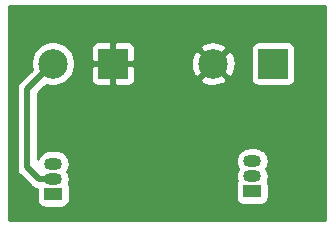
<source format=gbr>
G04 #@! TF.GenerationSoftware,KiCad,Pcbnew,(5.1.5)-3*
G04 #@! TF.CreationDate,2020-12-06T22:53:45+02:00*
G04 #@! TF.ProjectId,Single_transistor_AMP,53696e67-6c65-45f7-9472-616e73697374,V1.0*
G04 #@! TF.SameCoordinates,Original*
G04 #@! TF.FileFunction,Copper,L4,Bot*
G04 #@! TF.FilePolarity,Positive*
%FSLAX46Y46*%
G04 Gerber Fmt 4.6, Leading zero omitted, Abs format (unit mm)*
G04 Created by KiCad (PCBNEW (5.1.5)-3) date 2020-12-06 22:53:45*
%MOMM*%
%LPD*%
G04 APERTURE LIST*
%ADD10R,1.500000X1.050000*%
%ADD11O,1.500000X1.050000*%
%ADD12C,2.500000*%
%ADD13R,2.500000X2.500000*%
%ADD14C,0.500000*%
%ADD15C,0.500000*%
%ADD16C,0.254000*%
G04 APERTURE END LIST*
D10*
X154559000Y-115354100D03*
D11*
X154559000Y-112814100D03*
X154559000Y-114084100D03*
D10*
X137718800Y-115582700D03*
D11*
X137718800Y-113042700D03*
X137718800Y-114312700D03*
D12*
X151257000Y-104559100D03*
D13*
X156337000Y-104559100D03*
D12*
X137693400Y-104559100D03*
D13*
X142773400Y-104559100D03*
D14*
X158750000Y-115874800D03*
X145859500Y-115684300D03*
X145859500Y-113944400D03*
X143027400Y-113944400D03*
D15*
X136443401Y-105809099D02*
X136405301Y-105809099D01*
X137693400Y-104559100D02*
X136443401Y-105809099D01*
X136405301Y-105809099D02*
X135509000Y-106705400D01*
X136468800Y-114312700D02*
X137718800Y-114312700D01*
X135509000Y-113352900D02*
X136468800Y-114312700D01*
X135509000Y-106705400D02*
X135509000Y-113352900D01*
D16*
G36*
X160757000Y-117805600D02*
G01*
X134010000Y-117805600D01*
X134010000Y-106705400D01*
X134619719Y-106705400D01*
X134624000Y-106748869D01*
X134624001Y-113309421D01*
X134619719Y-113352900D01*
X134636805Y-113526390D01*
X134687412Y-113693213D01*
X134769590Y-113846959D01*
X134852468Y-113947946D01*
X134852471Y-113947949D01*
X134880184Y-113981717D01*
X134913951Y-114009429D01*
X135812270Y-114907749D01*
X135839983Y-114941517D01*
X135873751Y-114969230D01*
X135873753Y-114969232D01*
X135945252Y-115027910D01*
X135974741Y-115052111D01*
X136128487Y-115134289D01*
X136295310Y-115184895D01*
X136330728Y-115188383D01*
X136330728Y-116107700D01*
X136342988Y-116232182D01*
X136379298Y-116351880D01*
X136438263Y-116462194D01*
X136517615Y-116558885D01*
X136614306Y-116638237D01*
X136724620Y-116697202D01*
X136844318Y-116733512D01*
X136968800Y-116745772D01*
X138468800Y-116745772D01*
X138593282Y-116733512D01*
X138712980Y-116697202D01*
X138823294Y-116638237D01*
X138919985Y-116558885D01*
X138999337Y-116462194D01*
X139058302Y-116351880D01*
X139094612Y-116232182D01*
X139106872Y-116107700D01*
X139106872Y-115057700D01*
X139094612Y-114933218D01*
X139058302Y-114813520D01*
X139023707Y-114748798D01*
X139087015Y-114540100D01*
X139109412Y-114312700D01*
X139087015Y-114085300D01*
X139020685Y-113866640D01*
X138919695Y-113677700D01*
X139020685Y-113488760D01*
X139087015Y-113270100D01*
X139109412Y-113042700D01*
X139087015Y-112815300D01*
X139086651Y-112814100D01*
X153168388Y-112814100D01*
X153190785Y-113041500D01*
X153257115Y-113260160D01*
X153358105Y-113449100D01*
X153257115Y-113638040D01*
X153190785Y-113856700D01*
X153168388Y-114084100D01*
X153190785Y-114311500D01*
X153254093Y-114520198D01*
X153219498Y-114584920D01*
X153183188Y-114704618D01*
X153170928Y-114829100D01*
X153170928Y-115879100D01*
X153183188Y-116003582D01*
X153219498Y-116123280D01*
X153278463Y-116233594D01*
X153357815Y-116330285D01*
X153454506Y-116409637D01*
X153564820Y-116468602D01*
X153684518Y-116504912D01*
X153809000Y-116517172D01*
X155309000Y-116517172D01*
X155433482Y-116504912D01*
X155553180Y-116468602D01*
X155663494Y-116409637D01*
X155760185Y-116330285D01*
X155839537Y-116233594D01*
X155898502Y-116123280D01*
X155934812Y-116003582D01*
X155947072Y-115879100D01*
X155947072Y-114829100D01*
X155934812Y-114704618D01*
X155898502Y-114584920D01*
X155863907Y-114520198D01*
X155927215Y-114311500D01*
X155949612Y-114084100D01*
X155927215Y-113856700D01*
X155860885Y-113638040D01*
X155759895Y-113449100D01*
X155860885Y-113260160D01*
X155927215Y-113041500D01*
X155949612Y-112814100D01*
X155927215Y-112586700D01*
X155860885Y-112368040D01*
X155753171Y-112166521D01*
X155608212Y-111989888D01*
X155431579Y-111844929D01*
X155230060Y-111737215D01*
X155011400Y-111670885D01*
X154840979Y-111654100D01*
X154277021Y-111654100D01*
X154106600Y-111670885D01*
X153887940Y-111737215D01*
X153686421Y-111844929D01*
X153509788Y-111989888D01*
X153364829Y-112166521D01*
X153257115Y-112368040D01*
X153190785Y-112586700D01*
X153168388Y-112814100D01*
X139086651Y-112814100D01*
X139020685Y-112596640D01*
X138912971Y-112395121D01*
X138768012Y-112218488D01*
X138591379Y-112073529D01*
X138389860Y-111965815D01*
X138171200Y-111899485D01*
X138000779Y-111882700D01*
X137436821Y-111882700D01*
X137266400Y-111899485D01*
X137047740Y-111965815D01*
X136846221Y-112073529D01*
X136669588Y-112218488D01*
X136524629Y-112395121D01*
X136416915Y-112596640D01*
X136394000Y-112672180D01*
X136394000Y-107071978D01*
X136894514Y-106571465D01*
X136937460Y-106548510D01*
X137072218Y-106437916D01*
X137099935Y-106404143D01*
X137135683Y-106368396D01*
X137143566Y-106371661D01*
X137507744Y-106444100D01*
X137879056Y-106444100D01*
X138243234Y-106371661D01*
X138586282Y-106229566D01*
X138895018Y-106023275D01*
X139109193Y-105809100D01*
X140885328Y-105809100D01*
X140897588Y-105933582D01*
X140933898Y-106053280D01*
X140992863Y-106163594D01*
X141072215Y-106260285D01*
X141168906Y-106339637D01*
X141279220Y-106398602D01*
X141398918Y-106434912D01*
X141523400Y-106447172D01*
X142487650Y-106444100D01*
X142646400Y-106285350D01*
X142646400Y-104686100D01*
X142900400Y-104686100D01*
X142900400Y-106285350D01*
X143059150Y-106444100D01*
X144023400Y-106447172D01*
X144147882Y-106434912D01*
X144267580Y-106398602D01*
X144377894Y-106339637D01*
X144474585Y-106260285D01*
X144553937Y-106163594D01*
X144612902Y-106053280D01*
X144649212Y-105933582D01*
X144655207Y-105872705D01*
X150123000Y-105872705D01*
X150248914Y-106162677D01*
X150581126Y-106328533D01*
X150939312Y-106426390D01*
X151309706Y-106452489D01*
X151678075Y-106405825D01*
X152030262Y-106288194D01*
X152265086Y-106162677D01*
X152391000Y-105872705D01*
X151257000Y-104738705D01*
X150123000Y-105872705D01*
X144655207Y-105872705D01*
X144661472Y-105809100D01*
X144658400Y-104844850D01*
X144499650Y-104686100D01*
X142900400Y-104686100D01*
X142646400Y-104686100D01*
X141047150Y-104686100D01*
X140888400Y-104844850D01*
X140885328Y-105809100D01*
X139109193Y-105809100D01*
X139157575Y-105760718D01*
X139363866Y-105451982D01*
X139505961Y-105108934D01*
X139578400Y-104744756D01*
X139578400Y-104611806D01*
X149363611Y-104611806D01*
X149410275Y-104980175D01*
X149527906Y-105332362D01*
X149653423Y-105567186D01*
X149943395Y-105693100D01*
X151077395Y-104559100D01*
X151436605Y-104559100D01*
X152570605Y-105693100D01*
X152860577Y-105567186D01*
X153026433Y-105234974D01*
X153124290Y-104876788D01*
X153150389Y-104506394D01*
X153103725Y-104138025D01*
X152986094Y-103785838D01*
X152860577Y-103551014D01*
X152570605Y-103425100D01*
X151436605Y-104559100D01*
X151077395Y-104559100D01*
X149943395Y-103425100D01*
X149653423Y-103551014D01*
X149487567Y-103883226D01*
X149389710Y-104241412D01*
X149363611Y-104611806D01*
X139578400Y-104611806D01*
X139578400Y-104373444D01*
X139505961Y-104009266D01*
X139363866Y-103666218D01*
X139157575Y-103357482D01*
X139109193Y-103309100D01*
X140885328Y-103309100D01*
X140888400Y-104273350D01*
X141047150Y-104432100D01*
X142646400Y-104432100D01*
X142646400Y-102832850D01*
X142900400Y-102832850D01*
X142900400Y-104432100D01*
X144499650Y-104432100D01*
X144658400Y-104273350D01*
X144661472Y-103309100D01*
X144655208Y-103245495D01*
X150123000Y-103245495D01*
X151257000Y-104379495D01*
X152327395Y-103309100D01*
X154448928Y-103309100D01*
X154448928Y-105809100D01*
X154461188Y-105933582D01*
X154497498Y-106053280D01*
X154556463Y-106163594D01*
X154635815Y-106260285D01*
X154732506Y-106339637D01*
X154842820Y-106398602D01*
X154962518Y-106434912D01*
X155087000Y-106447172D01*
X157587000Y-106447172D01*
X157711482Y-106434912D01*
X157831180Y-106398602D01*
X157941494Y-106339637D01*
X158038185Y-106260285D01*
X158117537Y-106163594D01*
X158176502Y-106053280D01*
X158212812Y-105933582D01*
X158225072Y-105809100D01*
X158225072Y-103309100D01*
X158212812Y-103184618D01*
X158176502Y-103064920D01*
X158117537Y-102954606D01*
X158038185Y-102857915D01*
X157941494Y-102778563D01*
X157831180Y-102719598D01*
X157711482Y-102683288D01*
X157587000Y-102671028D01*
X155087000Y-102671028D01*
X154962518Y-102683288D01*
X154842820Y-102719598D01*
X154732506Y-102778563D01*
X154635815Y-102857915D01*
X154556463Y-102954606D01*
X154497498Y-103064920D01*
X154461188Y-103184618D01*
X154448928Y-103309100D01*
X152327395Y-103309100D01*
X152391000Y-103245495D01*
X152265086Y-102955523D01*
X151932874Y-102789667D01*
X151574688Y-102691810D01*
X151204294Y-102665711D01*
X150835925Y-102712375D01*
X150483738Y-102830006D01*
X150248914Y-102955523D01*
X150123000Y-103245495D01*
X144655208Y-103245495D01*
X144649212Y-103184618D01*
X144612902Y-103064920D01*
X144553937Y-102954606D01*
X144474585Y-102857915D01*
X144377894Y-102778563D01*
X144267580Y-102719598D01*
X144147882Y-102683288D01*
X144023400Y-102671028D01*
X143059150Y-102674100D01*
X142900400Y-102832850D01*
X142646400Y-102832850D01*
X142487650Y-102674100D01*
X141523400Y-102671028D01*
X141398918Y-102683288D01*
X141279220Y-102719598D01*
X141168906Y-102778563D01*
X141072215Y-102857915D01*
X140992863Y-102954606D01*
X140933898Y-103064920D01*
X140897588Y-103184618D01*
X140885328Y-103309100D01*
X139109193Y-103309100D01*
X138895018Y-103094925D01*
X138586282Y-102888634D01*
X138243234Y-102746539D01*
X137879056Y-102674100D01*
X137507744Y-102674100D01*
X137143566Y-102746539D01*
X136800518Y-102888634D01*
X136491782Y-103094925D01*
X136229225Y-103357482D01*
X136022934Y-103666218D01*
X135880839Y-104009266D01*
X135808400Y-104373444D01*
X135808400Y-104744756D01*
X135878395Y-105096645D01*
X135810254Y-105152567D01*
X135810252Y-105152569D01*
X135776484Y-105180282D01*
X135748771Y-105214050D01*
X134913956Y-106048866D01*
X134880183Y-106076583D01*
X134769589Y-106211342D01*
X134687411Y-106365088D01*
X134636805Y-106531911D01*
X134624000Y-106661924D01*
X134624000Y-106661931D01*
X134619719Y-106705400D01*
X134010000Y-106705400D01*
X134010000Y-99720000D01*
X160757001Y-99720000D01*
X160757000Y-117805600D01*
G37*
X160757000Y-117805600D02*
X134010000Y-117805600D01*
X134010000Y-106705400D01*
X134619719Y-106705400D01*
X134624000Y-106748869D01*
X134624001Y-113309421D01*
X134619719Y-113352900D01*
X134636805Y-113526390D01*
X134687412Y-113693213D01*
X134769590Y-113846959D01*
X134852468Y-113947946D01*
X134852471Y-113947949D01*
X134880184Y-113981717D01*
X134913951Y-114009429D01*
X135812270Y-114907749D01*
X135839983Y-114941517D01*
X135873751Y-114969230D01*
X135873753Y-114969232D01*
X135945252Y-115027910D01*
X135974741Y-115052111D01*
X136128487Y-115134289D01*
X136295310Y-115184895D01*
X136330728Y-115188383D01*
X136330728Y-116107700D01*
X136342988Y-116232182D01*
X136379298Y-116351880D01*
X136438263Y-116462194D01*
X136517615Y-116558885D01*
X136614306Y-116638237D01*
X136724620Y-116697202D01*
X136844318Y-116733512D01*
X136968800Y-116745772D01*
X138468800Y-116745772D01*
X138593282Y-116733512D01*
X138712980Y-116697202D01*
X138823294Y-116638237D01*
X138919985Y-116558885D01*
X138999337Y-116462194D01*
X139058302Y-116351880D01*
X139094612Y-116232182D01*
X139106872Y-116107700D01*
X139106872Y-115057700D01*
X139094612Y-114933218D01*
X139058302Y-114813520D01*
X139023707Y-114748798D01*
X139087015Y-114540100D01*
X139109412Y-114312700D01*
X139087015Y-114085300D01*
X139020685Y-113866640D01*
X138919695Y-113677700D01*
X139020685Y-113488760D01*
X139087015Y-113270100D01*
X139109412Y-113042700D01*
X139087015Y-112815300D01*
X139086651Y-112814100D01*
X153168388Y-112814100D01*
X153190785Y-113041500D01*
X153257115Y-113260160D01*
X153358105Y-113449100D01*
X153257115Y-113638040D01*
X153190785Y-113856700D01*
X153168388Y-114084100D01*
X153190785Y-114311500D01*
X153254093Y-114520198D01*
X153219498Y-114584920D01*
X153183188Y-114704618D01*
X153170928Y-114829100D01*
X153170928Y-115879100D01*
X153183188Y-116003582D01*
X153219498Y-116123280D01*
X153278463Y-116233594D01*
X153357815Y-116330285D01*
X153454506Y-116409637D01*
X153564820Y-116468602D01*
X153684518Y-116504912D01*
X153809000Y-116517172D01*
X155309000Y-116517172D01*
X155433482Y-116504912D01*
X155553180Y-116468602D01*
X155663494Y-116409637D01*
X155760185Y-116330285D01*
X155839537Y-116233594D01*
X155898502Y-116123280D01*
X155934812Y-116003582D01*
X155947072Y-115879100D01*
X155947072Y-114829100D01*
X155934812Y-114704618D01*
X155898502Y-114584920D01*
X155863907Y-114520198D01*
X155927215Y-114311500D01*
X155949612Y-114084100D01*
X155927215Y-113856700D01*
X155860885Y-113638040D01*
X155759895Y-113449100D01*
X155860885Y-113260160D01*
X155927215Y-113041500D01*
X155949612Y-112814100D01*
X155927215Y-112586700D01*
X155860885Y-112368040D01*
X155753171Y-112166521D01*
X155608212Y-111989888D01*
X155431579Y-111844929D01*
X155230060Y-111737215D01*
X155011400Y-111670885D01*
X154840979Y-111654100D01*
X154277021Y-111654100D01*
X154106600Y-111670885D01*
X153887940Y-111737215D01*
X153686421Y-111844929D01*
X153509788Y-111989888D01*
X153364829Y-112166521D01*
X153257115Y-112368040D01*
X153190785Y-112586700D01*
X153168388Y-112814100D01*
X139086651Y-112814100D01*
X139020685Y-112596640D01*
X138912971Y-112395121D01*
X138768012Y-112218488D01*
X138591379Y-112073529D01*
X138389860Y-111965815D01*
X138171200Y-111899485D01*
X138000779Y-111882700D01*
X137436821Y-111882700D01*
X137266400Y-111899485D01*
X137047740Y-111965815D01*
X136846221Y-112073529D01*
X136669588Y-112218488D01*
X136524629Y-112395121D01*
X136416915Y-112596640D01*
X136394000Y-112672180D01*
X136394000Y-107071978D01*
X136894514Y-106571465D01*
X136937460Y-106548510D01*
X137072218Y-106437916D01*
X137099935Y-106404143D01*
X137135683Y-106368396D01*
X137143566Y-106371661D01*
X137507744Y-106444100D01*
X137879056Y-106444100D01*
X138243234Y-106371661D01*
X138586282Y-106229566D01*
X138895018Y-106023275D01*
X139109193Y-105809100D01*
X140885328Y-105809100D01*
X140897588Y-105933582D01*
X140933898Y-106053280D01*
X140992863Y-106163594D01*
X141072215Y-106260285D01*
X141168906Y-106339637D01*
X141279220Y-106398602D01*
X141398918Y-106434912D01*
X141523400Y-106447172D01*
X142487650Y-106444100D01*
X142646400Y-106285350D01*
X142646400Y-104686100D01*
X142900400Y-104686100D01*
X142900400Y-106285350D01*
X143059150Y-106444100D01*
X144023400Y-106447172D01*
X144147882Y-106434912D01*
X144267580Y-106398602D01*
X144377894Y-106339637D01*
X144474585Y-106260285D01*
X144553937Y-106163594D01*
X144612902Y-106053280D01*
X144649212Y-105933582D01*
X144655207Y-105872705D01*
X150123000Y-105872705D01*
X150248914Y-106162677D01*
X150581126Y-106328533D01*
X150939312Y-106426390D01*
X151309706Y-106452489D01*
X151678075Y-106405825D01*
X152030262Y-106288194D01*
X152265086Y-106162677D01*
X152391000Y-105872705D01*
X151257000Y-104738705D01*
X150123000Y-105872705D01*
X144655207Y-105872705D01*
X144661472Y-105809100D01*
X144658400Y-104844850D01*
X144499650Y-104686100D01*
X142900400Y-104686100D01*
X142646400Y-104686100D01*
X141047150Y-104686100D01*
X140888400Y-104844850D01*
X140885328Y-105809100D01*
X139109193Y-105809100D01*
X139157575Y-105760718D01*
X139363866Y-105451982D01*
X139505961Y-105108934D01*
X139578400Y-104744756D01*
X139578400Y-104611806D01*
X149363611Y-104611806D01*
X149410275Y-104980175D01*
X149527906Y-105332362D01*
X149653423Y-105567186D01*
X149943395Y-105693100D01*
X151077395Y-104559100D01*
X151436605Y-104559100D01*
X152570605Y-105693100D01*
X152860577Y-105567186D01*
X153026433Y-105234974D01*
X153124290Y-104876788D01*
X153150389Y-104506394D01*
X153103725Y-104138025D01*
X152986094Y-103785838D01*
X152860577Y-103551014D01*
X152570605Y-103425100D01*
X151436605Y-104559100D01*
X151077395Y-104559100D01*
X149943395Y-103425100D01*
X149653423Y-103551014D01*
X149487567Y-103883226D01*
X149389710Y-104241412D01*
X149363611Y-104611806D01*
X139578400Y-104611806D01*
X139578400Y-104373444D01*
X139505961Y-104009266D01*
X139363866Y-103666218D01*
X139157575Y-103357482D01*
X139109193Y-103309100D01*
X140885328Y-103309100D01*
X140888400Y-104273350D01*
X141047150Y-104432100D01*
X142646400Y-104432100D01*
X142646400Y-102832850D01*
X142900400Y-102832850D01*
X142900400Y-104432100D01*
X144499650Y-104432100D01*
X144658400Y-104273350D01*
X144661472Y-103309100D01*
X144655208Y-103245495D01*
X150123000Y-103245495D01*
X151257000Y-104379495D01*
X152327395Y-103309100D01*
X154448928Y-103309100D01*
X154448928Y-105809100D01*
X154461188Y-105933582D01*
X154497498Y-106053280D01*
X154556463Y-106163594D01*
X154635815Y-106260285D01*
X154732506Y-106339637D01*
X154842820Y-106398602D01*
X154962518Y-106434912D01*
X155087000Y-106447172D01*
X157587000Y-106447172D01*
X157711482Y-106434912D01*
X157831180Y-106398602D01*
X157941494Y-106339637D01*
X158038185Y-106260285D01*
X158117537Y-106163594D01*
X158176502Y-106053280D01*
X158212812Y-105933582D01*
X158225072Y-105809100D01*
X158225072Y-103309100D01*
X158212812Y-103184618D01*
X158176502Y-103064920D01*
X158117537Y-102954606D01*
X158038185Y-102857915D01*
X157941494Y-102778563D01*
X157831180Y-102719598D01*
X157711482Y-102683288D01*
X157587000Y-102671028D01*
X155087000Y-102671028D01*
X154962518Y-102683288D01*
X154842820Y-102719598D01*
X154732506Y-102778563D01*
X154635815Y-102857915D01*
X154556463Y-102954606D01*
X154497498Y-103064920D01*
X154461188Y-103184618D01*
X154448928Y-103309100D01*
X152327395Y-103309100D01*
X152391000Y-103245495D01*
X152265086Y-102955523D01*
X151932874Y-102789667D01*
X151574688Y-102691810D01*
X151204294Y-102665711D01*
X150835925Y-102712375D01*
X150483738Y-102830006D01*
X150248914Y-102955523D01*
X150123000Y-103245495D01*
X144655208Y-103245495D01*
X144649212Y-103184618D01*
X144612902Y-103064920D01*
X144553937Y-102954606D01*
X144474585Y-102857915D01*
X144377894Y-102778563D01*
X144267580Y-102719598D01*
X144147882Y-102683288D01*
X144023400Y-102671028D01*
X143059150Y-102674100D01*
X142900400Y-102832850D01*
X142646400Y-102832850D01*
X142487650Y-102674100D01*
X141523400Y-102671028D01*
X141398918Y-102683288D01*
X141279220Y-102719598D01*
X141168906Y-102778563D01*
X141072215Y-102857915D01*
X140992863Y-102954606D01*
X140933898Y-103064920D01*
X140897588Y-103184618D01*
X140885328Y-103309100D01*
X139109193Y-103309100D01*
X138895018Y-103094925D01*
X138586282Y-102888634D01*
X138243234Y-102746539D01*
X137879056Y-102674100D01*
X137507744Y-102674100D01*
X137143566Y-102746539D01*
X136800518Y-102888634D01*
X136491782Y-103094925D01*
X136229225Y-103357482D01*
X136022934Y-103666218D01*
X135880839Y-104009266D01*
X135808400Y-104373444D01*
X135808400Y-104744756D01*
X135878395Y-105096645D01*
X135810254Y-105152567D01*
X135810252Y-105152569D01*
X135776484Y-105180282D01*
X135748771Y-105214050D01*
X134913956Y-106048866D01*
X134880183Y-106076583D01*
X134769589Y-106211342D01*
X134687411Y-106365088D01*
X134636805Y-106531911D01*
X134624000Y-106661924D01*
X134624000Y-106661931D01*
X134619719Y-106705400D01*
X134010000Y-106705400D01*
X134010000Y-99720000D01*
X160757001Y-99720000D01*
X160757000Y-117805600D01*
M02*

</source>
